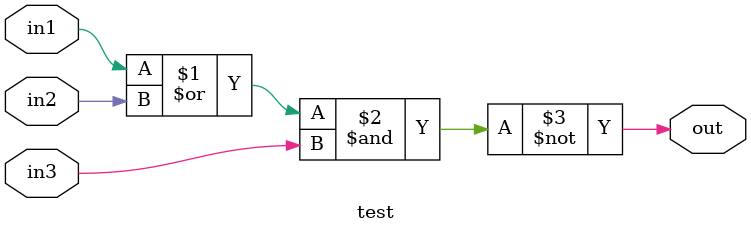
<source format=v>
module test(input in1, in2, in3, output out);
assign out = ~((in1 | in2) & in3);
endmodule

</source>
